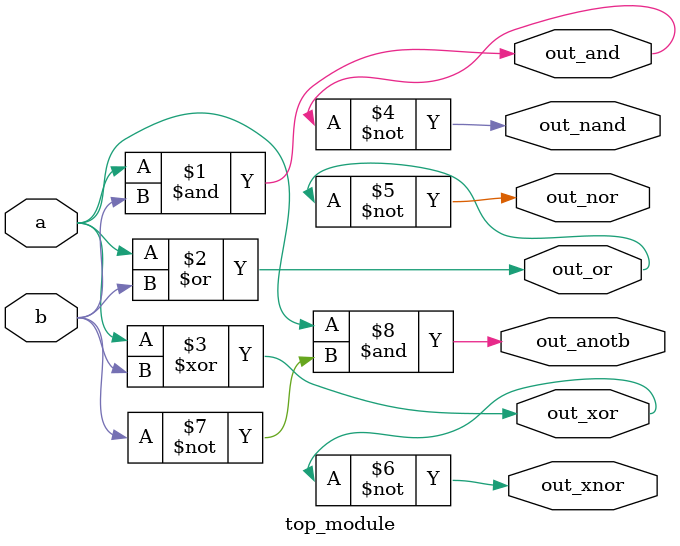
<source format=v>
module top_module( 
    input a, b,
    output out_and,
    output out_or,
    output out_xor,
    output out_nand,
    output out_nor,
    output out_xnor,
    output out_anotb
);
    assign out_and = a&b;
    assign out_or = a|b;
    assign out_xor = a^b;
    assign out_nand = ~out_and;
    assign out_nor = ~out_or;
    assign out_xnor = ~out_xor;
    assign out_anotb = a&~b;

endmodule

</source>
